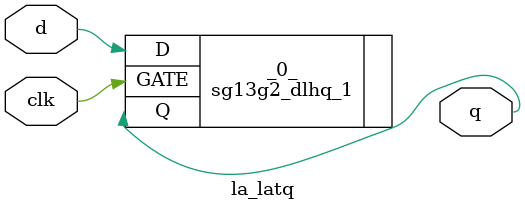
<source format=v>

/* Generated by Yosys 0.44 (git sha1 80ba43d26, g++ 11.4.0-1ubuntu1~22.04 -fPIC -O3) */

(* top =  1  *)
(* src = "generated" *)
module la_latq (
    d,
    clk,
    q
);
  (* src = "generated" *)
  input clk;
  wire clk;
  (* src = "generated" *)
  input d;
  wire d;
  (* src = "generated" *)
  output q;
  wire q;
  (* module_not_derived = 32'b00000000000000000000000000000001 *) (* src = "generated" *)
  sg13g2_dlhq_1 _0_ (
      .D(d),
      .GATE(clk),
      .Q(q)
  );
endmodule

</source>
